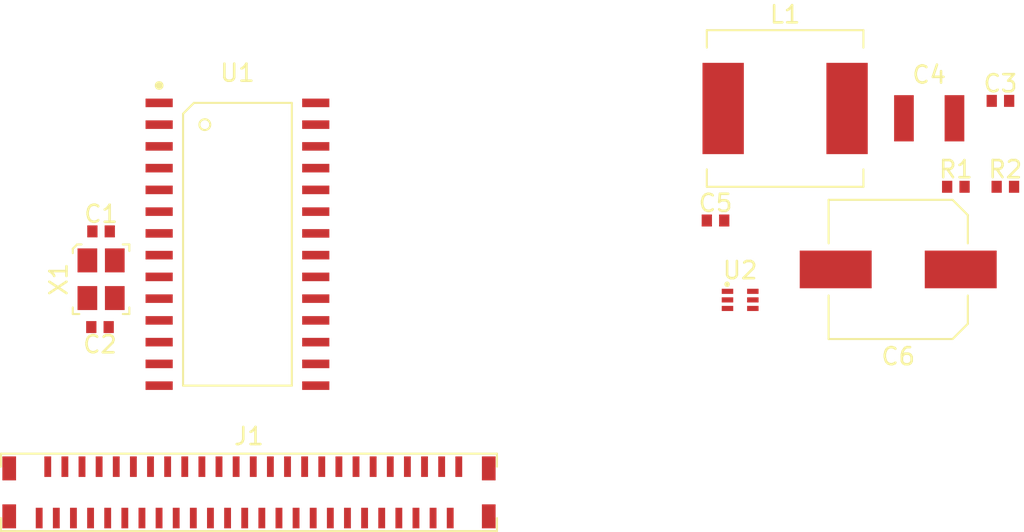
<source format=kicad_pcb>
(kicad_pcb (version 20171130) (host pcbnew "(5.1.9)-1")

  (general
    (thickness 1.6)
    (drawings 0)
    (tracks 0)
    (zones 0)
    (modules 13)
    (nets 55)
  )

  (page A4)
  (layers
    (0 F.Cu signal)
    (31 B.Cu signal)
    (32 B.Adhes user)
    (33 F.Adhes user)
    (34 B.Paste user)
    (35 F.Paste user)
    (36 B.SilkS user)
    (37 F.SilkS user)
    (38 B.Mask user)
    (39 F.Mask user)
    (40 Dwgs.User user)
    (41 Cmts.User user)
    (42 Eco1.User user)
    (43 Eco2.User user)
    (44 Edge.Cuts user)
    (45 Margin user)
    (46 B.CrtYd user)
    (47 F.CrtYd user)
    (48 B.Fab user)
    (49 F.Fab user hide)
  )

  (setup
    (last_trace_width 0.25)
    (trace_clearance 0.2)
    (zone_clearance 0.508)
    (zone_45_only no)
    (trace_min 0.2)
    (via_size 0.8)
    (via_drill 0.4)
    (via_min_size 0.4)
    (via_min_drill 0.3)
    (uvia_size 0.3)
    (uvia_drill 0.1)
    (uvias_allowed no)
    (uvia_min_size 0.2)
    (uvia_min_drill 0.1)
    (edge_width 0.05)
    (segment_width 0.2)
    (pcb_text_width 0.3)
    (pcb_text_size 1.5 1.5)
    (mod_edge_width 0.12)
    (mod_text_size 1 1)
    (mod_text_width 0.15)
    (pad_size 1.524 1.524)
    (pad_drill 0.762)
    (pad_to_mask_clearance 0)
    (aux_axis_origin 0 0)
    (visible_elements 7FFFFFFF)
    (pcbplotparams
      (layerselection 0x010fc_ffffffff)
      (usegerberextensions false)
      (usegerberattributes true)
      (usegerberadvancedattributes true)
      (creategerberjobfile true)
      (excludeedgelayer true)
      (linewidth 0.100000)
      (plotframeref false)
      (viasonmask false)
      (mode 1)
      (useauxorigin false)
      (hpglpennumber 1)
      (hpglpenspeed 20)
      (hpglpendiameter 15.000000)
      (psnegative false)
      (psa4output false)
      (plotreference true)
      (plotvalue true)
      (plotinvisibletext false)
      (padsonsilk false)
      (subtractmaskfromsilk false)
      (outputformat 1)
      (mirror false)
      (drillshape 1)
      (scaleselection 1)
      (outputdirectory ""))
  )

  (net 0 "")
  (net 1 "Net-(U1-Pad14)")
  (net 2 "Net-(U1-Pad15)")
  (net 3 "Net-(U1-Pad13)")
  (net 4 "Net-(U1-Pad16)")
  (net 5 "Net-(U1-Pad12)")
  (net 6 "Net-(U1-Pad17)")
  (net 7 "Net-(U1-Pad11)")
  (net 8 "Net-(U1-Pad21)")
  (net 9 "Net-(U1-Pad7)")
  (net 10 "Net-(U1-Pad22)")
  (net 11 "Net-(U1-Pad6)")
  (net 12 "Net-(U1-Pad23)")
  (net 13 "Net-(U1-Pad5)")
  (net 14 "Net-(U1-Pad24)")
  (net 15 "Net-(U1-Pad4)")
  (net 16 "Net-(U1-Pad3)")
  (net 17 "Net-(U1-Pad26)")
  (net 18 "Net-(U1-Pad2)")
  (net 19 "Net-(U1-Pad27)")
  (net 20 "Net-(U1-Pad1)")
  (net 21 "Net-(U1-Pad28)")
  (net 22 GND)
  (net 23 +3V3)
  (net 24 "Net-(C1-Pad1)")
  (net 25 "Net-(C2-Pad1)")
  (net 26 "Net-(J1-Pad41)")
  (net 27 "Net-(J1-Pad45)")
  (net 28 "Net-(J1-Pad47)")
  (net 29 "Net-(J1-Pad43)")
  (net 30 "Net-(J1-Pad35)")
  (net 31 "Net-(J1-Pad36)")
  (net 32 "Net-(J1-Pad37)")
  (net 33 "Net-(J1-Pad38)")
  (net 34 "Net-(J1-Pad39)")
  (net 35 "Net-(J1-Pad32)")
  (net 36 "Net-(J1-Pad33)")
  (net 37 "Net-(J1-Pad26)")
  (net 38 "Net-(J1-Pad22)")
  (net 39 "Net-(J1-Pad24)")
  (net 40 "Net-(J1-Pad20)")
  (net 41 "Net-(J1-Pad12)")
  (net 42 "Net-(J1-Pad8)")
  (net 43 PP2S)
  (net 44 10MHz)
  (net 45 UART2_RxD_HV)
  (net 46 UART3_TxD)
  (net 47 UART4_TX)
  (net 48 UART2_TxD_HV)
  (net 49 UART3_RxD)
  (net 50 +12V)
  (net 51 "Net-(C5-Pad1)")
  (net 52 +5V5)
  (net 53 "Net-(R1-Pad2)")
  (net 54 "Net-(C5-Pad2)")

  (net_class Default "This is the default net class."
    (clearance 0.2)
    (trace_width 0.25)
    (via_dia 0.8)
    (via_drill 0.4)
    (uvia_dia 0.3)
    (uvia_drill 0.1)
    (add_net +12V)
    (add_net +3V3)
    (add_net +5V5)
    (add_net 10MHz)
    (add_net GND)
    (add_net "Net-(C1-Pad1)")
    (add_net "Net-(C2-Pad1)")
    (add_net "Net-(C5-Pad1)")
    (add_net "Net-(C5-Pad2)")
    (add_net "Net-(J1-Pad12)")
    (add_net "Net-(J1-Pad20)")
    (add_net "Net-(J1-Pad22)")
    (add_net "Net-(J1-Pad24)")
    (add_net "Net-(J1-Pad26)")
    (add_net "Net-(J1-Pad32)")
    (add_net "Net-(J1-Pad33)")
    (add_net "Net-(J1-Pad35)")
    (add_net "Net-(J1-Pad36)")
    (add_net "Net-(J1-Pad37)")
    (add_net "Net-(J1-Pad38)")
    (add_net "Net-(J1-Pad39)")
    (add_net "Net-(J1-Pad41)")
    (add_net "Net-(J1-Pad43)")
    (add_net "Net-(J1-Pad45)")
    (add_net "Net-(J1-Pad47)")
    (add_net "Net-(J1-Pad8)")
    (add_net "Net-(R1-Pad2)")
    (add_net "Net-(U1-Pad1)")
    (add_net "Net-(U1-Pad11)")
    (add_net "Net-(U1-Pad12)")
    (add_net "Net-(U1-Pad13)")
    (add_net "Net-(U1-Pad14)")
    (add_net "Net-(U1-Pad15)")
    (add_net "Net-(U1-Pad16)")
    (add_net "Net-(U1-Pad17)")
    (add_net "Net-(U1-Pad2)")
    (add_net "Net-(U1-Pad21)")
    (add_net "Net-(U1-Pad22)")
    (add_net "Net-(U1-Pad23)")
    (add_net "Net-(U1-Pad24)")
    (add_net "Net-(U1-Pad26)")
    (add_net "Net-(U1-Pad27)")
    (add_net "Net-(U1-Pad28)")
    (add_net "Net-(U1-Pad3)")
    (add_net "Net-(U1-Pad4)")
    (add_net "Net-(U1-Pad5)")
    (add_net "Net-(U1-Pad6)")
    (add_net "Net-(U1-Pad7)")
    (add_net PP2S)
    (add_net UART2_RxD_HV)
    (add_net UART2_TxD_HV)
    (add_net UART3_RxD)
    (add_net UART3_TxD)
    (add_net UART4_TX)
  )

  (module Inductor:74437356047 (layer F.Cu) (tedit 60576796) (tstamp 60576BF2)
    (at 105.156 43.3705)
    (path /60583F5B)
    (fp_text reference L1 (at 0 -5.4864) (layer F.SilkS)
      (effects (font (size 1 1) (thickness 0.15)))
    )
    (fp_text value 74437356047 (at 0 5.842) (layer F.Fab)
      (effects (font (size 1 1) (thickness 0.15)))
    )
    (fp_line (start 4.572 4.572) (end 4.572 3.556) (layer F.SilkS) (width 0.12))
    (fp_line (start -4.572 4.572) (end -4.572 3.556) (layer F.SilkS) (width 0.12))
    (fp_line (start -4.572 4.572) (end 4.572 4.572) (layer F.SilkS) (width 0.12))
    (fp_line (start 4.572 -4.572) (end 4.572 -3.556) (layer F.SilkS) (width 0.12))
    (fp_line (start -4.572 -4.572) (end 4.572 -4.572) (layer F.SilkS) (width 0.12))
    (fp_line (start -4.572 -3.556) (end -4.572 -4.572) (layer F.SilkS) (width 0.12))
    (fp_line (start -4.6 -4.6) (end 4.6 -4.6) (layer F.CrtYd) (width 0.12))
    (fp_line (start -4.6 -4.6) (end -4.6 4.6) (layer F.CrtYd) (width 0.12))
    (fp_line (start 4.6 -4.6) (end 4.6 4.6) (layer F.CrtYd) (width 0.12))
    (fp_line (start -4.6 4.6) (end 4.6 4.6) (layer F.CrtYd) (width 0.12))
    (pad 2 smd rect (at 3.6175 0) (size 2.415 5.33) (layers F.Cu F.Paste F.Mask)
      (net 52 +5V5))
    (pad 1 smd rect (at -3.6175 0) (size 2.415 5.33) (layers F.Cu F.Paste F.Mask)
      (net 54 "Net-(C5-Pad2)"))
    (model ${KIPRJMOD}/../../library/package3d-third_party/Inductor.3dshapes/74437356010.stp
      (at (xyz 0 0 0))
      (scale (xyz 1 1 1))
      (rotate (xyz 0 0 0))
    )
  )

  (module Capacitor_Electrolytic:CP_Elec_KEMET_8mm (layer F.Cu) (tedit 605760B3) (tstamp 605763F1)
    (at 111.76 52.7685 180)
    (path /60579AA2)
    (fp_text reference C6 (at 0 -5.08) (layer F.SilkS)
      (effects (font (size 1 1) (thickness 0.15)))
    )
    (fp_text value A768KE686M1GLAE038 (at 0 5.207) (layer F.Fab)
      (effects (font (size 1 1) (thickness 0.15)))
    )
    (fp_line (start 4.064 4.064) (end 4.064 1.524) (layer F.SilkS) (width 0.12))
    (fp_line (start -3.175 4.064) (end 4.064 4.064) (layer F.SilkS) (width 0.12))
    (fp_line (start -4.064 3.175) (end -3.175 4.064) (layer F.SilkS) (width 0.12))
    (fp_line (start -4.064 1.524) (end -4.064 3.175) (layer F.SilkS) (width 0.12))
    (fp_line (start 4.064 -1.651) (end 4.064 -1.524) (layer F.SilkS) (width 0.12))
    (fp_line (start 4.064 -4.064) (end 4.064 -1.651) (layer F.SilkS) (width 0.12))
    (fp_line (start -3.175 -4.064) (end 4.064 -4.064) (layer F.SilkS) (width 0.12))
    (fp_line (start -4.064 -3.175) (end -3.175 -4.064) (layer F.SilkS) (width 0.12))
    (fp_line (start -4.064 -1.524) (end -4.064 -3.175) (layer F.SilkS) (width 0.12))
    (fp_line (start -4.318 -1.397) (end -5.7912 -1.397) (layer F.CrtYd) (width 0.12))
    (fp_line (start -4.318 -3.302) (end -4.318 -1.397) (layer F.CrtYd) (width 0.12))
    (fp_line (start -3.302 -4.318) (end -4.318 -3.302) (layer F.CrtYd) (width 0.12))
    (fp_line (start 4.318 -4.318) (end -3.302 -4.318) (layer F.CrtYd) (width 0.12))
    (fp_line (start 4.318 -1.397) (end 4.318 -4.318) (layer F.CrtYd) (width 0.12))
    (fp_line (start 5.7912 -1.397) (end 4.318 -1.397) (layer F.CrtYd) (width 0.12))
    (fp_line (start 5.7912 1.397) (end 5.7912 -1.397) (layer F.CrtYd) (width 0.12))
    (fp_line (start 4.318 1.397) (end 5.7912 1.397) (layer F.CrtYd) (width 0.12))
    (fp_line (start 4.318 4.318) (end 4.318 1.397) (layer F.CrtYd) (width 0.12))
    (fp_line (start -3.302 4.318) (end 4.318 4.318) (layer F.CrtYd) (width 0.12))
    (fp_line (start -4.318 3.302) (end -3.302 4.318) (layer F.CrtYd) (width 0.12))
    (fp_line (start -4.318 1.397) (end -4.318 3.302) (layer F.CrtYd) (width 0.12))
    (fp_line (start -5.7912 1.397) (end -4.318 1.397) (layer F.CrtYd) (width 0.12))
    (fp_line (start -5.7912 -1.397) (end -5.7912 1.397) (layer F.CrtYd) (width 0.12))
    (fp_line (start -3.429 -3.429) (end -3.429 -2.921) (layer F.Fab) (width 0.12))
    (fp_line (start -3.683 -3.175) (end -3.175 -3.175) (layer F.Fab) (width 0.12))
    (fp_line (start 2.54 -3.048) (end 2.54 3.048) (layer F.Fab) (width 0.12))
    (fp_circle (center 0 0) (end 1.778 3.556) (layer F.Fab) (width 0.12))
    (fp_line (start -3.175 4.191) (end 4.191 4.191) (layer F.Fab) (width 0.12))
    (fp_line (start -4.191 -3.175) (end -4.191 3.175) (layer F.Fab) (width 0.12))
    (fp_line (start -3.175 -4.191) (end 4.191 -4.191) (layer F.Fab) (width 0.12))
    (fp_line (start -4.191 3.175) (end -3.175 4.191) (layer F.Fab) (width 0.12))
    (fp_line (start -3.175 -4.191) (end -4.191 -3.175) (layer F.Fab) (width 0.12))
    (fp_line (start 4.191 -4.191) (end 4.191 4.191) (layer F.Fab) (width 0.12))
    (pad 2 smd rect (at 3.65 0 180) (size 4.2 2.2) (layers F.Cu F.Paste F.Mask)
      (net 22 GND))
    (pad 1 smd rect (at -3.65 0 180) (size 4.2 2.2) (layers F.Cu F.Paste F.Mask)
      (net 52 +5V5))
    (model ${KISYS3DMOD}/Capacitor_SMD.3dshapes/CP_Elec_8x10.wrl
      (at (xyz 0 0 0))
      (scale (xyz 1 1 1))
      (rotate (xyz 0 0 0))
    )
  )

  (module Resistor:R_0402_1005Metric (layer F.Cu) (tedit 5FE2257E) (tstamp 60575D9D)
    (at 118.0155 47.9425)
    (path /60578B8C)
    (fp_text reference R2 (at 0 -1.016) (layer F.SilkS)
      (effects (font (size 1 1) (thickness 0.15)))
    )
    (fp_text value CRGCQ0402F10K (at 0 1.524) (layer F.Fab)
      (effects (font (size 1 1) (thickness 0.15)))
    )
    (fp_line (start -0.889 0.381) (end 0.889 0.381) (layer F.CrtYd) (width 0.12))
    (fp_line (start -0.889 -0.381) (end -0.889 0.381) (layer F.CrtYd) (width 0.12))
    (fp_line (start 0.889 -0.381) (end -0.889 -0.381) (layer F.CrtYd) (width 0.12))
    (fp_line (start 0.889 0.381) (end 0.889 -0.381) (layer F.CrtYd) (width 0.12))
    (pad 2 smd rect (at 0.508 0) (size 0.6 0.7) (layers F.Cu F.Paste F.Mask)
      (net 22 GND))
    (pad 1 smd rect (at -0.508 0) (size 0.6 0.7) (layers F.Cu F.Paste F.Mask)
      (net 53 "Net-(R1-Pad2)"))
    (model ${KISYS3DMOD}/Resistor_SMD.3dshapes/R_0402_1005Metric.wrl
      (at (xyz 0 0 0))
      (scale (xyz 1 1 1))
      (rotate (xyz 0 0 0))
    )
  )

  (module Resistor:R_0402_1005Metric (layer F.Cu) (tedit 5FE2257E) (tstamp 60575D93)
    (at 115.1255 47.9425)
    (path /60578B68)
    (fp_text reference R1 (at 0 -1.016) (layer F.SilkS)
      (effects (font (size 1 1) (thickness 0.15)))
    )
    (fp_text value CRGCQ0402F82K (at 0 1.524) (layer F.Fab)
      (effects (font (size 1 1) (thickness 0.15)))
    )
    (fp_line (start -0.889 0.381) (end 0.889 0.381) (layer F.CrtYd) (width 0.12))
    (fp_line (start -0.889 -0.381) (end -0.889 0.381) (layer F.CrtYd) (width 0.12))
    (fp_line (start 0.889 -0.381) (end -0.889 -0.381) (layer F.CrtYd) (width 0.12))
    (fp_line (start 0.889 0.381) (end 0.889 -0.381) (layer F.CrtYd) (width 0.12))
    (pad 2 smd rect (at 0.508 0) (size 0.6 0.7) (layers F.Cu F.Paste F.Mask)
      (net 53 "Net-(R1-Pad2)"))
    (pad 1 smd rect (at -0.508 0) (size 0.6 0.7) (layers F.Cu F.Paste F.Mask)
      (net 52 +5V5))
    (model ${KISYS3DMOD}/Resistor_SMD.3dshapes/R_0402_1005Metric.wrl
      (at (xyz 0 0 0))
      (scale (xyz 1 1 1))
      (rotate (xyz 0 0 0))
    )
  )

  (module Capacitor_Ceramic:C_0402_1005Metric (layer F.Cu) (tedit 5FE2257E) (tstamp 60573D73)
    (at 101.092 49.911)
    (path /6058DCC8)
    (fp_text reference C5 (at 0 -1.016) (layer F.SilkS)
      (effects (font (size 1 1) (thickness 0.15)))
    )
    (fp_text value UMK105B7104KV-FR (at 0 1.524) (layer F.Fab)
      (effects (font (size 1 1) (thickness 0.15)))
    )
    (fp_line (start -0.889 0.381) (end 0.889 0.381) (layer F.CrtYd) (width 0.12))
    (fp_line (start -0.889 -0.381) (end -0.889 0.381) (layer F.CrtYd) (width 0.12))
    (fp_line (start 0.889 -0.381) (end -0.889 -0.381) (layer F.CrtYd) (width 0.12))
    (fp_line (start 0.889 0.381) (end 0.889 -0.381) (layer F.CrtYd) (width 0.12))
    (pad 2 smd rect (at 0.508 0) (size 0.6 0.7) (layers F.Cu F.Paste F.Mask)
      (net 54 "Net-(C5-Pad2)"))
    (pad 1 smd rect (at -0.508 0) (size 0.6 0.7) (layers F.Cu F.Paste F.Mask)
      (net 51 "Net-(C5-Pad1)"))
    (model ${KISYS3DMOD}/Capacitor_SMD.3dshapes/C_0402_1005Metric.wrl
      (at (xyz 0 0 0))
      (scale (xyz 1 1 1))
      (rotate (xyz 0 0 0))
    )
  )

  (module Capacitor_Ceramic:C_1210_3225Metric (layer F.Cu) (tedit 5FE505B1) (tstamp 60573A81)
    (at 113.569 43.942)
    (path /60575BD8)
    (fp_text reference C4 (at 0 -2.54) (layer F.SilkS)
      (effects (font (size 1 1) (thickness 0.15)))
    )
    (fp_text value UMK325AB7106KM-P (at 0 2.54) (layer F.Fab)
      (effects (font (size 1 1) (thickness 0.15)))
    )
    (fp_line (start 2.159 -1.397) (end -2.159 -1.397) (layer F.CrtYd) (width 0.12))
    (fp_line (start 2.159 1.397) (end 2.159 -1.397) (layer F.CrtYd) (width 0.12))
    (fp_line (start -2.159 1.397) (end 2.159 1.397) (layer F.CrtYd) (width 0.12))
    (fp_line (start -2.159 -1.397) (end -2.159 1.397) (layer F.CrtYd) (width 0.12))
    (pad 2 smd rect (at 1.475 0) (size 1.15 2.7) (layers F.Cu F.Paste F.Mask)
      (net 22 GND))
    (pad 1 smd rect (at -1.475 0) (size 1.15 2.7) (layers F.Cu F.Paste F.Mask)
      (net 50 +12V))
    (model ${KISYS3DMOD}/Capacitor_SMD.3dshapes/C_1210_3225Metric.wrl
      (at (xyz 0 0 0))
      (scale (xyz 1 1 1))
      (rotate (xyz 0 0 0))
    )
  )

  (module Capacitor_Ceramic:C_0402_1005Metric (layer F.Cu) (tedit 5FE2257E) (tstamp 60573A77)
    (at 117.729 42.926)
    (path /60576016)
    (fp_text reference C3 (at 0 -1.016) (layer F.SilkS)
      (effects (font (size 1 1) (thickness 0.15)))
    )
    (fp_text value UMK105B7104KV-FR (at 0 1.524) (layer F.Fab)
      (effects (font (size 1 1) (thickness 0.15)))
    )
    (fp_line (start -0.889 0.381) (end 0.889 0.381) (layer F.CrtYd) (width 0.12))
    (fp_line (start -0.889 -0.381) (end -0.889 0.381) (layer F.CrtYd) (width 0.12))
    (fp_line (start 0.889 -0.381) (end -0.889 -0.381) (layer F.CrtYd) (width 0.12))
    (fp_line (start 0.889 0.381) (end 0.889 -0.381) (layer F.CrtYd) (width 0.12))
    (pad 2 smd rect (at 0.508 0) (size 0.6 0.7) (layers F.Cu F.Paste F.Mask)
      (net 22 GND))
    (pad 1 smd rect (at -0.508 0) (size 0.6 0.7) (layers F.Cu F.Paste F.Mask)
      (net 50 +12V))
    (model ${KISYS3DMOD}/Capacitor_SMD.3dshapes/C_0402_1005Metric.wrl
      (at (xyz 0 0 0))
      (scale (xyz 1 1 1))
      (rotate (xyz 0 0 0))
    )
  )

  (module Crystal:Crystal_SMD_4Pin_3.2x2.5mm (layer F.Cu) (tedit 5FE238FF) (tstamp 60572C3D)
    (at 65.2145 53.34 270)
    (path /604E2C84)
    (fp_text reference X1 (at 0 2.4765 270) (layer F.SilkS)
      (effects (font (size 1 1) (thickness 0.15)))
    )
    (fp_text value ABM8W-20.0000MHZ-4-K1Z-T3 (at 0 2.54 90) (layer F.Fab)
      (effects (font (size 1 1) (thickness 0.15)))
    )
    (fp_line (start -1.905 -1.524) (end -1.905 1.524) (layer F.CrtYd) (width 0.12))
    (fp_line (start -1.905 1.524) (end 1.905 1.524) (layer F.CrtYd) (width 0.12))
    (fp_line (start 1.905 1.524) (end 1.905 -1.524) (layer F.CrtYd) (width 0.12))
    (fp_line (start 1.905 -1.524) (end -1.905 -1.524) (layer F.CrtYd) (width 0.12))
    (fp_line (start -1.778 1.651) (end -2.032 1.397) (layer F.SilkS) (width 0.12))
    (fp_line (start -2.032 1.397) (end -2.032 1.143) (layer F.SilkS) (width 0.12))
    (fp_line (start -1.778 1.651) (end -1.524 1.651) (layer F.SilkS) (width 0.12))
    (fp_line (start 1.651 1.651) (end 2.032 1.651) (layer F.SilkS) (width 0.12))
    (fp_line (start 2.032 1.651) (end 2.032 1.27) (layer F.SilkS) (width 0.12))
    (fp_line (start 2.032 -1.27) (end 2.032 -1.651) (layer F.SilkS) (width 0.12))
    (fp_line (start 2.032 -1.651) (end 1.651 -1.651) (layer F.SilkS) (width 0.12))
    (fp_line (start -1.651 -1.651) (end -2.032 -1.651) (layer F.SilkS) (width 0.12))
    (fp_line (start -2.032 -1.651) (end -2.032 -1.27) (layer F.SilkS) (width 0.12))
    (pad 1 smd rect (at -1.1 0.8 270) (size 1.4 1.15) (layers F.Cu F.Paste F.Mask)
      (net 24 "Net-(C1-Pad1)"))
    (pad 2 smd rect (at 1.1 0.8 270) (size 1.4 1.15) (layers F.Cu F.Paste F.Mask)
      (net 22 GND))
    (pad 3 smd rect (at 1.1 -0.8 270) (size 1.4 1.15) (layers F.Cu F.Paste F.Mask)
      (net 25 "Net-(C2-Pad1)"))
    (pad 4 smd rect (at -1.1 -0.8 270) (size 1.4 1.15) (layers F.Cu F.Paste F.Mask)
      (net 22 GND))
    (model ${KISYS3DMOD}/Crystal.3dshapes/Crystal_SMD_3225-4Pin_3.2x2.5mm.wrl
      (at (xyz 0 0 0))
      (scale (xyz 1 1 1))
      (rotate (xyz 0 0 0))
    )
  )

  (module Package_TO_SOT:SOT-563 (layer F.Cu) (tedit 60572823) (tstamp 60572C28)
    (at 102.5305 54.5465)
    (path /6058BE82)
    (fp_text reference U2 (at 0 -1.7272) (layer F.SilkS)
      (effects (font (size 1 1) (thickness 0.15)))
    )
    (fp_text value TPS563231DRLR (at 0 1.6764) (layer F.Fab)
      (effects (font (size 1 1) (thickness 0.15)))
    )
    (fp_line (start -1.1684 -0.762) (end -1.1684 0.762) (layer F.CrtYd) (width 0.12))
    (fp_line (start 1.1684 -0.762) (end -1.1684 -0.762) (layer F.CrtYd) (width 0.12))
    (fp_line (start 1.1684 0.762) (end 1.1684 -0.7112) (layer F.CrtYd) (width 0.12))
    (fp_line (start -1.1684 0.762) (end 1.1684 0.762) (layer F.CrtYd) (width 0.12))
    (fp_circle (center -0.762 -0.9144) (end -0.682 -0.9144) (layer F.SilkS) (width 0.16))
    (pad 4 smd rect (at 0.74 0.5) (size 0.67 0.3) (layers F.Cu F.Paste F.Mask)
      (net 51 "Net-(C5-Pad1)"))
    (pad 5 smd rect (at 0.74 0) (size 0.67 0.3) (layers F.Cu F.Paste F.Mask)
      (net 50 +12V))
    (pad 6 smd rect (at 0.74 -0.5) (size 0.67 0.3) (layers F.Cu F.Paste F.Mask)
      (net 53 "Net-(R1-Pad2)"))
    (pad 3 smd rect (at -0.74 0.5) (size 0.67 0.3) (layers F.Cu F.Paste F.Mask)
      (net 22 GND))
    (pad 1 smd rect (at -0.74 -0.5) (size 0.67 0.3) (layers F.Cu F.Paste F.Mask)
      (net 50 +12V))
    (pad 2 smd rect (at -0.74 0) (size 0.67 0.3) (layers F.Cu F.Paste F.Mask)
      (net 54 "Net-(C5-Pad2)"))
    (model ${KISYS3DMOD}/Package_TO_SOT_SMD.3dshapes/SOT-563.wrl
      (at (xyz 0 0 0))
      (scale (xyz 1 1 1))
      (rotate (xyz 0 0 0))
    )
  )

  (module Package_SO:SOIC-28_Width7.50mm_Pitch1.27mm (layer F.Cu) (tedit 5FE20D1A) (tstamp 60572C19)
    (at 73.177 51.2985)
    (path /604E2F5D)
    (attr smd)
    (fp_text reference U1 (at 0 -10.005) (layer F.SilkS)
      (effects (font (size 1 1) (thickness 0.15)))
    )
    (fp_text value PIC18LF2550-ISO (at 0 0 270) (layer F.Fab)
      (effects (font (size 1 1) (thickness 0.15)))
    )
    (fp_circle (center -4.572 -9.271) (end -4.572 -9.144) (layer F.SilkS) (width 0.254))
    (fp_circle (center -1.905 -6.985) (end -1.905 -6.6675) (layer F.SilkS) (width 0.12))
    (fp_line (start 3.175 -8.255) (end -2.54 -8.255) (layer F.SilkS) (width 0.12))
    (fp_line (start -2.54 -8.255) (end -3.175 -7.62) (layer F.SilkS) (width 0.12))
    (fp_line (start -5.65 -8.76) (end 5.65 -8.76) (layer F.CrtYd) (width 0.05))
    (fp_line (start -5.65 8.76) (end -5.65 -8.76) (layer F.CrtYd) (width 0.05))
    (fp_line (start 5.65 8.76) (end -5.65 8.76) (layer F.CrtYd) (width 0.05))
    (fp_line (start 5.65 -8.76) (end 5.65 8.76) (layer F.CrtYd) (width 0.05))
    (fp_line (start -3.175 8.255) (end -3.175 -7.62) (layer F.SilkS) (width 0.12))
    (fp_line (start 3.175 8.255) (end -3.175 8.255) (layer F.SilkS) (width 0.12))
    (fp_line (start 3.175 -8.255) (end 3.175 8.255) (layer F.SilkS) (width 0.12))
    (pad 14 smd rect (at -4.572 8.255 270) (size 0.5 1.5875) (layers F.Cu F.Paste F.Mask)
      (net 1 "Net-(U1-Pad14)"))
    (pad 15 smd rect (at 4.572 8.255 270) (size 0.5 1.5875) (layers F.Cu F.Paste F.Mask)
      (net 2 "Net-(U1-Pad15)"))
    (pad 13 smd rect (at -4.572 6.985 270) (size 0.5 1.5875) (layers F.Cu F.Paste F.Mask)
      (net 3 "Net-(U1-Pad13)"))
    (pad 16 smd rect (at 4.572 6.985 270) (size 0.5 1.5875) (layers F.Cu F.Paste F.Mask)
      (net 4 "Net-(U1-Pad16)"))
    (pad 12 smd rect (at -4.572 5.715 270) (size 0.5 1.5875) (layers F.Cu F.Paste F.Mask)
      (net 5 "Net-(U1-Pad12)"))
    (pad 17 smd rect (at 4.572 5.715 270) (size 0.5 1.5875) (layers F.Cu F.Paste F.Mask)
      (net 6 "Net-(U1-Pad17)"))
    (pad 11 smd rect (at -4.572 4.445 270) (size 0.5 1.5875) (layers F.Cu F.Paste F.Mask)
      (net 7 "Net-(U1-Pad11)"))
    (pad 18 smd rect (at 4.572 4.445 270) (size 0.5 1.5875) (layers F.Cu F.Paste F.Mask)
      (net 46 UART3_TxD))
    (pad 10 smd rect (at -4.572 3.175 270) (size 0.5 1.5875) (layers F.Cu F.Paste F.Mask)
      (net 25 "Net-(C2-Pad1)"))
    (pad 19 smd rect (at 4.572 3.175 270) (size 0.5 1.5875) (layers F.Cu F.Paste F.Mask)
      (net 22 GND))
    (pad 9 smd rect (at -4.572 1.905 270) (size 0.5 1.5875) (layers F.Cu F.Paste F.Mask)
      (net 24 "Net-(C1-Pad1)"))
    (pad 20 smd rect (at 4.572 1.905 270) (size 0.5 1.5875) (layers F.Cu F.Paste F.Mask)
      (net 23 +3V3))
    (pad 8 smd rect (at -4.572 0.635 270) (size 0.5 1.5875) (layers F.Cu F.Paste F.Mask)
      (net 22 GND))
    (pad 21 smd rect (at 4.572 0.635 270) (size 0.5 1.5875) (layers F.Cu F.Paste F.Mask)
      (net 8 "Net-(U1-Pad21)"))
    (pad 7 smd rect (at -4.572 -0.635 270) (size 0.5 1.5875) (layers F.Cu F.Paste F.Mask)
      (net 9 "Net-(U1-Pad7)"))
    (pad 22 smd rect (at 4.572 -0.635 270) (size 0.5 1.5875) (layers F.Cu F.Paste F.Mask)
      (net 10 "Net-(U1-Pad22)"))
    (pad 6 smd rect (at -4.572 -1.905 270) (size 0.5 1.5875) (layers F.Cu F.Paste F.Mask)
      (net 11 "Net-(U1-Pad6)"))
    (pad 23 smd rect (at 4.572 -1.905 270) (size 0.5 1.5875) (layers F.Cu F.Paste F.Mask)
      (net 12 "Net-(U1-Pad23)"))
    (pad 5 smd rect (at -4.572 -3.175 270) (size 0.5 1.5875) (layers F.Cu F.Paste F.Mask)
      (net 13 "Net-(U1-Pad5)"))
    (pad 24 smd rect (at 4.572 -3.175 270) (size 0.5 1.5875) (layers F.Cu F.Paste F.Mask)
      (net 14 "Net-(U1-Pad24)"))
    (pad 4 smd rect (at -4.572 -4.445 270) (size 0.5 1.5875) (layers F.Cu F.Paste F.Mask)
      (net 15 "Net-(U1-Pad4)"))
    (pad 25 smd rect (at 4.572 -4.445 270) (size 0.5 1.5875) (layers F.Cu F.Paste F.Mask)
      (net 47 UART4_TX))
    (pad 3 smd rect (at -4.572 -5.715 270) (size 0.5 1.5875) (layers F.Cu F.Paste F.Mask)
      (net 16 "Net-(U1-Pad3)"))
    (pad 26 smd rect (at 4.572 -5.715 270) (size 0.5 1.5875) (layers F.Cu F.Paste F.Mask)
      (net 17 "Net-(U1-Pad26)"))
    (pad 2 smd rect (at -4.572 -6.985 270) (size 0.5 1.5875) (layers F.Cu F.Paste F.Mask)
      (net 18 "Net-(U1-Pad2)"))
    (pad 27 smd rect (at 4.572 -6.985 270) (size 0.5 1.5875) (layers F.Cu F.Paste F.Mask)
      (net 19 "Net-(U1-Pad27)"))
    (pad 1 smd rect (at -4.572 -8.255 270) (size 0.5 1.5875) (layers F.Cu F.Paste F.Mask)
      (net 20 "Net-(U1-Pad1)"))
    (pad 28 smd rect (at 4.572 -8.255 270) (size 0.5 1.5875) (layers F.Cu F.Paste F.Mask)
      (net 21 "Net-(U1-Pad28)"))
    (model ${KISYS3DMOD}/Package_SO.3dshapes/SOIC-28W_7.5x17.9mm_P1.27mm.wrl
      (at (xyz 0 0 0))
      (scale (xyz 1 1 1))
      (rotate (xyz 0 0 0))
    )
  )

  (module Connector_Data:F31S-1A7L1-11050 (layer F.Cu) (tedit 6055E239) (tstamp 60572BEE)
    (at 73.8505 62.865)
    (path /6055EFBD)
    (fp_text reference J1 (at 0 -0.3556) (layer F.SilkS)
      (effects (font (size 1 1) (thickness 0.15)))
    )
    (fp_text value F31S-1A7L1-11050 (at 0 -2.1336) (layer F.Fab)
      (effects (font (size 1 1) (thickness 0.15)))
    )
    (fp_line (start -14.478 0.762) (end -14.478 5.08) (layer F.CrtYd) (width 0.12))
    (fp_line (start -14.478 5.08) (end 14.478 5.08) (layer F.CrtYd) (width 0.12))
    (fp_line (start 14.478 5.08) (end 14.478 0.762) (layer F.CrtYd) (width 0.12))
    (fp_line (start 14.478 0.762) (end -14.478 0.762) (layer F.CrtYd) (width 0.12))
    (fp_line (start -14.478 1.4224) (end -14.478 0.6604) (layer F.SilkS) (width 0.12))
    (fp_line (start -14.478 0.6604) (end 14.478 0.6604) (layer F.SilkS) (width 0.12))
    (fp_line (start 14.478 0.6604) (end 14.478 1.4224) (layer F.SilkS) (width 0.12))
    (fp_line (start 14.478 4.4196) (end 14.478 5.1816) (layer F.SilkS) (width 0.12))
    (fp_line (start -14.478 4.4196) (end -14.478 5.1816) (layer F.SilkS) (width 0.12))
    (fp_line (start -14.478 5.1816) (end 14.478 5.1816) (layer F.SilkS) (width 0.12))
    (pad "" smd rect (at 14 4.3196) (size 0.8 1.4) (layers F.Cu F.Paste F.Mask))
    (pad "" smd rect (at 14 1.5196) (size 0.8 1.4) (layers F.Cu F.Paste F.Mask))
    (pad "" smd rect (at -14 4.3196) (size 0.8 1.4) (layers F.Cu F.Paste F.Mask))
    (pad "" smd rect (at -14 1.5196) (size 0.8 1.4) (layers F.Cu F.Paste F.Mask))
    (pad 50 smd rect (at 12.25 1.4196) (size 0.4 1.2) (layers F.Cu F.Paste F.Mask)
      (net 22 GND))
    (pad 48 smd rect (at 11.25 1.4196) (size 0.4 1.2) (layers F.Cu F.Paste F.Mask)
      (net 22 GND))
    (pad 46 smd rect (at 10.25 1.4196) (size 0.4 1.2) (layers F.Cu F.Paste F.Mask)
      (net 22 GND))
    (pad 44 smd rect (at 9.25 1.4196) (size 0.4 1.2) (layers F.Cu F.Paste F.Mask)
      (net 22 GND))
    (pad 42 smd rect (at 8.25 1.4196) (size 0.4 1.2) (layers F.Cu F.Paste F.Mask)
      (net 22 GND))
    (pad 40 smd rect (at 7.25 1.4196) (size 0.4 1.2) (layers F.Cu F.Paste F.Mask)
      (net 22 GND))
    (pad 38 smd rect (at 6.25 1.4196) (size 0.4 1.2) (layers F.Cu F.Paste F.Mask)
      (net 33 "Net-(J1-Pad38)"))
    (pad 36 smd rect (at 5.25 1.4196) (size 0.4 1.2) (layers F.Cu F.Paste F.Mask)
      (net 31 "Net-(J1-Pad36)"))
    (pad 34 smd rect (at 4.25 1.4196) (size 0.4 1.2) (layers F.Cu F.Paste F.Mask)
      (net 22 GND))
    (pad 32 smd rect (at 3.25 1.4196) (size 0.4 1.2) (layers F.Cu F.Paste F.Mask)
      (net 35 "Net-(J1-Pad32)"))
    (pad 30 smd rect (at 2.25 1.4196) (size 0.4 1.2) (layers F.Cu F.Paste F.Mask)
      (net 43 PP2S))
    (pad 28 smd rect (at 1.25 1.4196) (size 0.4 1.2) (layers F.Cu F.Paste F.Mask)
      (net 44 10MHz))
    (pad 26 smd rect (at 0.25 1.4196) (size 0.4 1.2) (layers F.Cu F.Paste F.Mask)
      (net 37 "Net-(J1-Pad26)"))
    (pad 24 smd rect (at -0.75 1.4196) (size 0.4 1.2) (layers F.Cu F.Paste F.Mask)
      (net 39 "Net-(J1-Pad24)"))
    (pad 22 smd rect (at -1.75 1.4196) (size 0.4 1.2) (layers F.Cu F.Paste F.Mask)
      (net 38 "Net-(J1-Pad22)"))
    (pad 20 smd rect (at -2.75 1.4196) (size 0.4 1.2) (layers F.Cu F.Paste F.Mask)
      (net 40 "Net-(J1-Pad20)"))
    (pad 18 smd rect (at -3.75 1.4196) (size 0.4 1.2) (layers F.Cu F.Paste F.Mask)
      (net 45 UART2_RxD_HV))
    (pad 16 smd rect (at -4.75 1.4196) (size 0.4 1.2) (layers F.Cu F.Paste F.Mask)
      (net 22 GND))
    (pad 14 smd rect (at -5.75 1.4196) (size 0.4 1.2) (layers F.Cu F.Paste F.Mask)
      (net 46 UART3_TxD))
    (pad 12 smd rect (at -6.75 1.4196) (size 0.4 1.2) (layers F.Cu F.Paste F.Mask)
      (net 41 "Net-(J1-Pad12)"))
    (pad 10 smd rect (at -7.75 1.4196) (size 0.4 1.2) (layers F.Cu F.Paste F.Mask)
      (net 22 GND))
    (pad 8 smd rect (at -8.75 1.4196) (size 0.4 1.2) (layers F.Cu F.Paste F.Mask)
      (net 42 "Net-(J1-Pad8)"))
    (pad 6 smd rect (at -9.75 1.4196) (size 0.4 1.2) (layers F.Cu F.Paste F.Mask)
      (net 52 +5V5))
    (pad 4 smd rect (at -10.75 1.4196) (size 0.4 1.2) (layers F.Cu F.Paste F.Mask)
      (net 52 +5V5))
    (pad 2 smd rect (at -11.75 1.4196) (size 0.4 1.2) (layers F.Cu F.Paste F.Mask)
      (net 52 +5V5))
    (pad 49 smd rect (at 11.75 4.4196) (size 0.4 1.2) (layers F.Cu F.Paste F.Mask)
      (net 47 UART4_TX))
    (pad 47 smd rect (at 10.75 4.4196) (size 0.4 1.2) (layers F.Cu F.Paste F.Mask)
      (net 28 "Net-(J1-Pad47)"))
    (pad 45 smd rect (at 9.75 4.4196) (size 0.4 1.2) (layers F.Cu F.Paste F.Mask)
      (net 27 "Net-(J1-Pad45)"))
    (pad 43 smd rect (at 8.75 4.4196) (size 0.4 1.2) (layers F.Cu F.Paste F.Mask)
      (net 29 "Net-(J1-Pad43)"))
    (pad 41 smd rect (at 7.75 4.4196) (size 0.4 1.2) (layers F.Cu F.Paste F.Mask)
      (net 26 "Net-(J1-Pad41)"))
    (pad 39 smd rect (at 6.75 4.4196) (size 0.4 1.2) (layers F.Cu F.Paste F.Mask)
      (net 34 "Net-(J1-Pad39)"))
    (pad 37 smd rect (at 5.75 4.4196) (size 0.4 1.2) (layers F.Cu F.Paste F.Mask)
      (net 32 "Net-(J1-Pad37)"))
    (pad 35 smd rect (at 4.75 4.4196) (size 0.4 1.2) (layers F.Cu F.Paste F.Mask)
      (net 30 "Net-(J1-Pad35)"))
    (pad 33 smd rect (at 3.75 4.4196) (size 0.4 1.2) (layers F.Cu F.Paste F.Mask)
      (net 36 "Net-(J1-Pad33)"))
    (pad 31 smd rect (at 2.75 4.4196) (size 0.4 1.2) (layers F.Cu F.Paste F.Mask)
      (net 22 GND))
    (pad 29 smd rect (at 1.75 4.4196) (size 0.4 1.2) (layers F.Cu F.Paste F.Mask)
      (net 22 GND))
    (pad 27 smd rect (at 0.75 4.4196) (size 0.4 1.2) (layers F.Cu F.Paste F.Mask)
      (net 22 GND))
    (pad 25 smd rect (at -0.25 4.4196) (size 0.4 1.2) (layers F.Cu F.Paste F.Mask)
      (net 22 GND))
    (pad 23 smd rect (at -1.25 4.4196) (size 0.4 1.2) (layers F.Cu F.Paste F.Mask)
      (net 22 GND))
    (pad 21 smd rect (at -2.25 4.4196) (size 0.4 1.2) (layers F.Cu F.Paste F.Mask)
      (net 22 GND))
    (pad 19 smd rect (at -3.25 4.4196) (size 0.4 1.2) (layers F.Cu F.Paste F.Mask)
      (net 22 GND))
    (pad 17 smd rect (at -4.25 4.4196) (size 0.4 1.2) (layers F.Cu F.Paste F.Mask)
      (net 48 UART2_TxD_HV))
    (pad 15 smd rect (at -5.25 4.4196) (size 0.4 1.2) (layers F.Cu F.Paste F.Mask)
      (net 49 UART3_RxD))
    (pad 13 smd rect (at -6.25 4.4196) (size 0.4 1.2) (layers F.Cu F.Paste F.Mask)
      (net 22 GND))
    (pad 11 smd rect (at -7.25 4.4196) (size 0.4 1.2) (layers F.Cu F.Paste F.Mask)
      (net 22 GND))
    (pad 9 smd rect (at -8.25 4.4196) (size 0.4 1.2) (layers F.Cu F.Paste F.Mask)
      (net 22 GND))
    (pad 7 smd rect (at -9.25 4.4196) (size 0.4 1.2) (layers F.Cu F.Paste F.Mask)
      (net 52 +5V5))
    (pad 5 smd rect (at -10.25 4.4196) (size 0.4 1.2) (layers F.Cu F.Paste F.Mask)
      (net 52 +5V5))
    (pad 3 smd rect (at -11.25 4.4196) (size 0.4 1.2) (layers F.Cu F.Paste F.Mask)
      (net 52 +5V5))
    (pad 1 smd rect (at -12.25 4.4196) (size 0.4 1.2) (layers F.Cu F.Paste F.Mask)
      (net 52 +5V5))
    (model ${KIPRJMOD}/../../library/package3d-third_party/Connector_Data.3dshapes/f31s_50pin_asm.stp
      (offset (xyz 11.32 -4.5 5.78))
      (scale (xyz 1 1 1))
      (rotate (xyz -90 0 180))
    )
  )

  (module Capacitor_Ceramic:C_0402_1005Metric (layer F.Cu) (tedit 5FE2257E) (tstamp 60572BAA)
    (at 65.151 56.134 180)
    (path /604E4BEB)
    (fp_text reference C2 (at 0 -1.016) (layer F.SilkS)
      (effects (font (size 1 1) (thickness 0.15)))
    )
    (fp_text value CBR04C409B5GAC (at 0 1.524) (layer F.Fab)
      (effects (font (size 1 1) (thickness 0.15)))
    )
    (fp_line (start 0.889 0.381) (end 0.889 -0.381) (layer F.CrtYd) (width 0.12))
    (fp_line (start 0.889 -0.381) (end -0.889 -0.381) (layer F.CrtYd) (width 0.12))
    (fp_line (start -0.889 -0.381) (end -0.889 0.381) (layer F.CrtYd) (width 0.12))
    (fp_line (start -0.889 0.381) (end 0.889 0.381) (layer F.CrtYd) (width 0.12))
    (pad 2 smd rect (at 0.508 0 180) (size 0.6 0.7) (layers F.Cu F.Paste F.Mask)
      (net 22 GND))
    (pad 1 smd rect (at -0.508 0 180) (size 0.6 0.7) (layers F.Cu F.Paste F.Mask)
      (net 25 "Net-(C2-Pad1)"))
    (model ${KISYS3DMOD}/Capacitor_SMD.3dshapes/C_0402_1005Metric.wrl
      (at (xyz 0 0 0))
      (scale (xyz 1 1 1))
      (rotate (xyz 0 0 0))
    )
  )

  (module Capacitor_Ceramic:C_0402_1005Metric (layer F.Cu) (tedit 5FE2257E) (tstamp 60572BA0)
    (at 65.2145 50.546)
    (path /604E374B)
    (fp_text reference C1 (at 0 -1.016) (layer F.SilkS)
      (effects (font (size 1 1) (thickness 0.15)))
    )
    (fp_text value CBR04C409B5GAC (at 0 1.524) (layer F.Fab)
      (effects (font (size 1 1) (thickness 0.15)))
    )
    (fp_line (start 0.889 0.381) (end 0.889 -0.381) (layer F.CrtYd) (width 0.12))
    (fp_line (start 0.889 -0.381) (end -0.889 -0.381) (layer F.CrtYd) (width 0.12))
    (fp_line (start -0.889 -0.381) (end -0.889 0.381) (layer F.CrtYd) (width 0.12))
    (fp_line (start -0.889 0.381) (end 0.889 0.381) (layer F.CrtYd) (width 0.12))
    (pad 2 smd rect (at 0.508 0) (size 0.6 0.7) (layers F.Cu F.Paste F.Mask)
      (net 22 GND))
    (pad 1 smd rect (at -0.508 0) (size 0.6 0.7) (layers F.Cu F.Paste F.Mask)
      (net 24 "Net-(C1-Pad1)"))
    (model ${KISYS3DMOD}/Capacitor_SMD.3dshapes/C_0402_1005Metric.wrl
      (at (xyz 0 0 0))
      (scale (xyz 1 1 1))
      (rotate (xyz 0 0 0))
    )
  )

)

</source>
